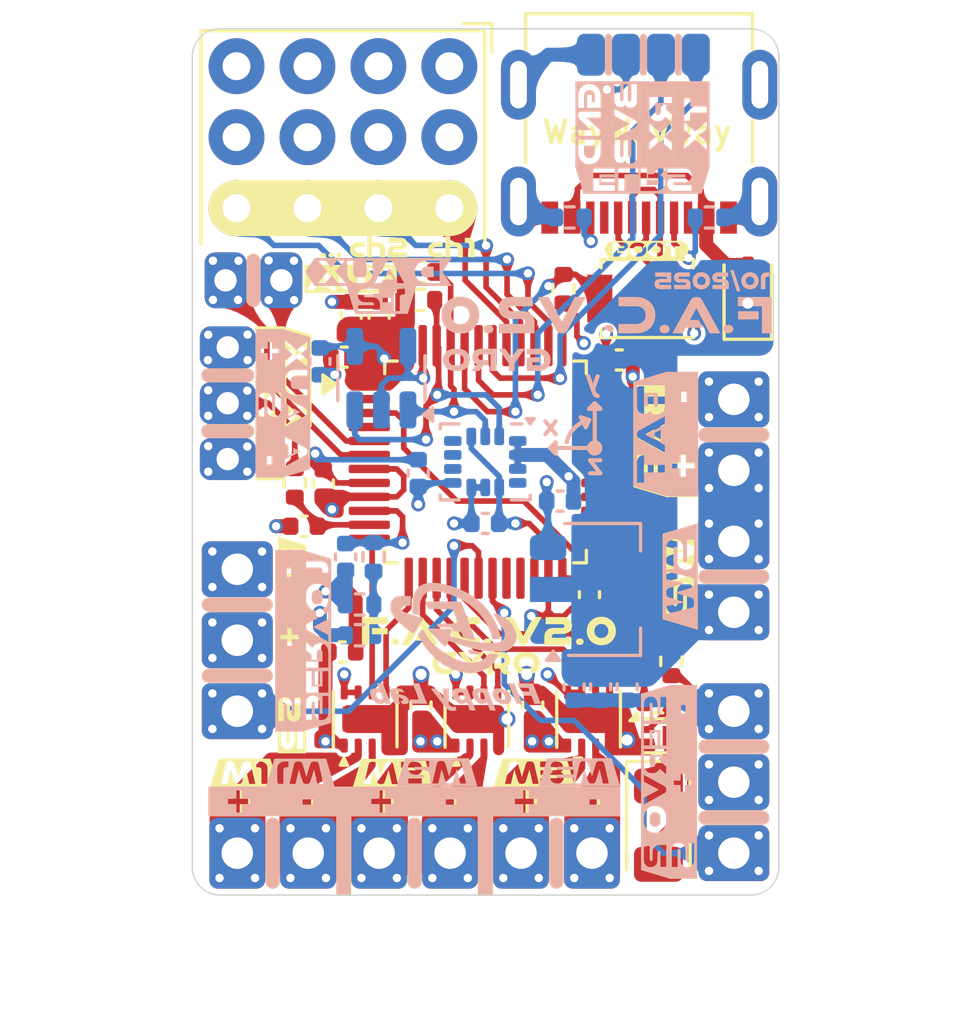
<source format=kicad_pcb>
(kicad_pcb (version 20241229) (generator "pcbnew") (generator_version "9.0")
  (title_block (title "Ant Robot Controller V2") (date "2025-09-19") (rev "2.0") (company "Filippo Castellan"))
  (layers (0 "F.Cu" signal) (4 "In1.Cu" signal) (6 "In2.Cu" signal) (2 "B.Cu" signal) (13 "F.Paste" user) (15 "B.Paste" user) (5 "F.SilkS" user "F.Silkscreen") (7 "B.SilkS" user "B.Silkscreen") (1 "F.Mask" user) (3 "B.Mask" user) (25 "Edge.Cuts" user))
  (net 0 "")
  (net 1 "+BATT")
  (net 2 "GND")
  (net 3 "+3V3")
  (net 4 "/MCU and RX/VBAT")
  (net 5 "/MCU and RX/ADC1")
  (net 6 "/Power/VUSB")
  (net 7 "Net-(D2-A)")
  (net 8 "Net-(D2-K)")
  (net 9 "/MCU and RX/USB_D+")
  (net 11 "Net-(J3-CC2)")
  (net 13 "/MCU and RX/USB_D-")
  (net 14 "Net-(J3-CC1)")
  (net 15 "/DC Motors/M1+")
  (net 16 "/DC Motors/M1-")
  (net 17 "/DC Motors/M2+")
  (net 18 "/DC Motors/M2-")
  (net 19 "/DC Motors/M3-")
  (net 20 "/DC Motors/M3+")
  (net 21 "/MCU and RX/SERVO1")
  (net 22 "/MCU and RX/SERVO2")
  (net 23 "Net-(J9-Pin_2)")
  (net 24 "/MCU and RX/DIGITAL_AUX1")
  (net 25 "/MCU and RX/DIGITAL_AUX2")
  (net 26 "/MCU and RX/UART2_RX")
  (net 27 "/MCU and RX/UART2_TX")
  (net 28 "Net-(Q1-G)")
  (net 29 "/Sensors/VBAT_DIV")
  (net 30 "/MCU and RX/BOOT0")
  (net 31 "/MCU and RX/I2C1_SDA")
  (net 32 "/MCU and RX/I2C1_SCL")
  (net 33 "/MCU and RX/STATUS_LED")
  (net 34 "/DC Motors/PWM_M1_F")
  (net 35 "/DC Motors/PWM_M1_B")
  (net 36 "/DC Motors/PWM_M2_F")
  (net 37 "/DC Motors/PWM_M2_B")
  (net 38 "/DC Motors/PWM_M3_B")
  (net 39 "/DC Motors/PWM_M3_F")
  (net 44 "/MCU and RX/CH4")
  (net 45 "/MCU and RX/CH2")
  (net 50 "/MCU and RX/CH1_PPM")
  (net 51 "/MCU and RX/CH3")
  (net 62 "/Power/+SW")
  (footprint "kibuzzard-68CD6E18" (layer "F.Cu") (at 116.47 129.598464 90)
    (property "Reference" "kibuzzard-68CD6E18" (hide yes))
    (property "Value" "G***" (hide yes))
  )
  (footprint "kibuzzard-68CFBFAF" (layer "F.Cu") (at 108.27 117.8)
    (property "Reference" "kibuzzard-68CFBFAF" (hide yes))
    (property "Value" "G***" (hide yes))
  )
  (footprint "kibuzzard-68CD725D" (layer "F.Cu") (at 111.25 136.620215)
    (property "Reference" "kibuzzard-68CD725D" (hide yes))
    (property "Value" "G***" (hide yes))
  )
  (footprint "Capacitor_SMD:C_0402_1005Metric" (layer "F.Cu") (at 105.69 120.25 90)
    (property "Reference" "C15" (hide yes))
    (property "Value" "100n")
  )
  (footprint "_MY_connectors:01x02_TH_pad_renforced_small" (layer "F.Cu") (at 102.19 119 180)
    (property "Reference" "J10" (hide yes))
    (property "Value" "DIGITAL_AUX")
  )
  (footprint "_MY_connectors:01x03_TH_pad_renforced" (layer "F.Cu") (at 100.61 134.42 90)
    (property "Reference" "J7" (hide yes))
    (property "Value" "servo 1")
  )
  (footprint "Capacitor_SMD:C_0402_1005Metric" (layer "F.Cu") (at 104.69 120.25 90)
    (property "Reference" "C13" (hide yes))
    (property "Value" "4.7u")
  )
  (footprint "Resistor_SMD:R_0402_1005Metric" (layer "F.Cu") (at 107.17 118.7 180)
    (property "Reference" "R9" (hide yes))
    (property "Value" "5.1k")
  )
  (footprint "Capacitor_SMD:C_0402_1005Metric" (layer "F.Cu") (at 107.19 134.2 90)
    (property "Reference" "C6" (hide yes))
    (property "Value" "4.7u")
  )
  (footprint "Package_DFN_QFN:Diodes_DFN1006-3" (layer "F.Cu") (at 115.69 135.3)
    (property "Reference" "Q1" (hide yes))
    (property "Value" "NMOS")
  )
  (footprint "kibuzzard-68CD7CD9" (layer "F.Cu") (at 109.52 132.7)
    (property "Reference" "kibuzzard-68CD7CD9" (hide yes))
    (property "Value" "G***" (hide yes))
  )
  (footprint "Capacitor_SMD:C_0402_1005Metric" (layer "F.Cu") (at 103.69 126.25 90)
    (property "Reference" "C18" (hide yes))
    (property "Value" "100n")
  )
  (footprint "Resistor_SMD:R_0402_1005Metric" (layer "F.Cu") (at 116.153 132.636 90)
    (property "Reference" "R11" (hide yes))
    (property "Value" "1.5k")
  )
  (footprint "Capacitor_SMD:C_0402_1005Metric" (layer "F.Cu") (at 104.37 132.3)
    (property "Reference" "C5" (hide yes))
    (property "Value" "4.7u")
  )
  (footprint "Resistor_SMD:R_0402_1005Metric" (layer "F.Cu") (at 102.67 126.25 -90)
    (property "Reference" "R6" (hide yes))
    (property "Value" "5.1k")
  )
  (footprint "_MIA footprint:USB_C_304A-ACP16X" (layer "F.Cu") (at 115 112 180)
    (property "Reference" "J3" (hide yes))
    (property "Value" "USB-C_304A-ACP16X")
  )
  (footprint "Resistor_SMD:R_0402_1005Metric" (layer "F.Cu") (at 107.17 119.7 180)
    (property "Reference" "R8" (hide yes))
    (property "Value" "5.1k")
  )
  (footprint "_MY_connectors:01x02_TH_pad_renforced" (layer "F.Cu") (at 105.69 139.5)
    (property "Reference" "J5" (hide yes))
    (property "Value" "M2")
  )
  (footprint "kibuzzard-68CD71AA" (layer "F.Cu") (at 100.87 136.620603)
    (property "Reference" "kibuzzard-68CD71AA" (hide yes))
    (property "Value" "G***" (hide yes))
  )
  (footprint "kibuzzard-68CFBE33" (layer "F.Cu") (at 104.67 118.95)
    (property "Reference" "kibuzzard-68CFBE33" (hide yes))
    (property "Value" "G***" (hide yes))
  )
  (footprint "kibuzzard-68CD6E53" (layer "F.Cu") (at 115.42 124.533304 90)
    (property "Reference" "kibuzzard-68CD6E53" (hide yes))
    (property "Value" "G***" (hide yes))
  )
  (footprint "_MY_connectors:01x03_TH_pad_renforced" (layer "F.Cu") (at 118.39 139.5 90)
    (property "Reference" "J8" (hide yes))
    (property "Value" "servo 2")
  )
  (footprint "kibuzzard-68CD7254" (layer "F.Cu") (at 106.191249 136.629396)
    (property "Reference" "kibuzzard-68CD7254" (hide yes))
    (property "Value" "G***" (hide yes))
  )
  (footprint "kibuzzard-68CFBFFE" (layer "F.Cu") (at 105.67 117.8)
    (property "Reference" "kibuzzard-68CFBFFE" (hide yes))
    (property "Value" "G***" (hide yes))
  )
  (footprint "Capacitor_SMD:C_0402_1005Metric" (layer "F.Cu") (at 114.29 121.85)
    (property "Reference" "C16" (hide yes))
    (property "Value" "100n")
  )
  (footprint "kibuzzard-68CFBDBE" (layer "F.Cu") (at 101.92 137.649999)
    (property "Reference" "kibuzzard-68CFBDBE" (hide yes))
    (property "Value" "G***" (hide yes))
  )
  (footprint "Diode_SMD:D_SOD-323" (layer "F.Cu") (at 118.89 119.5 90)
    (property "Reference" "D1" (hide yes))
    (property "Value" "1N5819WS")
  )
  (footprint "_MY_connectors:01x02_TH_pad_renforced" (layer "F.Cu") (at 110.77 139.5)
    (property "Reference" "J6" (hide yes))
    (property "Value" "M3")
  )
  (footprint "_My_modules:FS2A 4CH reciever" (layer "F.Cu") (at 108.203 111.337 180)
    (property "Reference" "U7" (hide yes))
    (property "Value" "FS2A 4CH reciever")
  )
  (footprint "Button_Switch_SMD:SW_SPST_B3U-1000P" (layer "F.Cu") (at 115.29 119.65 180)
    (property "Reference" "SW1" (hide yes))
    (property "Value" "BOOT")
  )
  (footprint "Capacitor_SMD:C_0402_1005Metric" (layer "F.Cu") (at 111.19 134.2 90)
    (property "Reference" "C7" (hide yes))
    (property "Value" "4.7u")
  )
  (footprint "_MY_connectors:01x02_TH_pad_renforced" (layer "F.Cu") (at 100.61 139.5)
    (property "Reference" "J4" (hide yes))
    (property "Value" "M1")
  )
  (footprint "Package_QFP:LQFP-48_7x7mm_P0.5mm" (layer "F.Cu") (at 109.5 125.5)
    (property "Reference" "U6" (hide yes))
    (property "Value" "STM32F072CBTx")
  )
  (footprint "kibuzzard-68CD73CB" (layer "F.Cu") (at 102.77 122.6 -90)
    (property "Reference" "kibuzzard-68CD73CB" (hide yes))
    (property "Value" "G***" (hide yes))
  )
  (footprint "Resistor_SMD:R_0402_1005Metric" (layer "F.Cu") (at 115.69 134.1)
    (property "Reference" "R10" (hide yes))
    (property "Value" "5.1k")
  )
  (footprint "kibuzzard-68CD717E" (layer "F.Cu") (at 102.57 132.05 -90)
    (property "Reference" "kibuzzard-68CD717E" (hide yes))
    (property "Value" "G***" (hide yes))
  )
  (footprint "kibuzzard-68CFBDD6" (layer "F.Cu") (at 112.02 137.65)
    (property "Reference" "kibuzzard-68CFBDD6" (hide yes))
    (property "Value" "G***" (hide yes))
  )
  (footprint "kibuzzard-68CD7457" (layer "F.Cu") (at 115.27 117.9)
    (property "Reference" "kibuzzard-68CD7457" (hide yes))
    (property "Value" "G***" (hide yes))
  )
  (footprint "kibuzzard-68CFD0CD" (layer "F.Cu") (at 109.62 131.55)
    (property "Reference" "kibuzzard-68CFD0CD" (hide yes))
    (property "Value" "G***" (hide yes))
  )
  (footprint "Package_SON:WSON-8-1EP_2x2mm_P0.5mm_EP0.9x1.6mm" (layer "F.Cu") (at 105.19 134.7 90)
    (property "Reference" "U2" (hide yes))
    (property "Value" "DRV8837")
  )
  (footprint "_MY_connectors:01x03_TH_pad_renforced_small" (layer "F.Cu") (at 100.27 121.398096 -90)
    (property "Reference" "J9" (hide yes))
    (property "Value" "ADC_AUX")
  )
  (footprint "Capacitor_SMD:C_0402_1005Metric" (layer "F.Cu") (at 113.22 130.25 -90)
    (property "Reference" "C17" (hide yes))
    (property "Value" "100n")
  )
  (footprint "kibuzzard-68CFC012" (layer "F.Cu") (at 103.97 118.1)
    (property "Reference" "kibuzzard-68CFC012" (hide yes))
    (property "Value" "G***" (hide yes))
  )
  (footprint "Capacitor_SMD:C_0402_1005Metric" (layer "F.Cu") (at 103 127.8)
    (property "Reference" "C11" (hide yes))
    (property "Value" "100n")
  )
  (footprint "Resistor_SMD:R_0402_1005Metric" (layer "F.Cu") (at 112.29 119.3 -90)
    (property "Reference" "R7" (hide yes))
    (property "Value" "5.1k")
  )
  (footprint "Capacitor_SMD:C_0402_1005Metric" (layer "F.Cu") (at 104.44 121.75 180)
    (property "Reference" "C14" (hide yes))
    (property "Value" "100n")
  )
  (footprint "_MY_connectors:01x02_TH_pad_renforced" (layer "F.Cu") (at 118.39 128.34 -90)
    (property "Reference" "J1" (hide yes))
    (property "Value" "SWITCH")
  )
  (footprint "kibuzzard-68CD73D1" (layer "F.Cu") (at 101.77 123.4 -90)
    (property "Reference" "kibuzzard-68CD73D1" (hide yes))
    (property "Value" "G***" (hide yes))
  )
  (footprint "Package_SON:WSON-8-1EP_2x2mm_P0.5mm_EP0.9x1.6mm" (layer "F.Cu") (at 109.19 134.7 90)
    (property "Reference" "U3" (hide yes))
    (property "Value" "DRV8837")
  )
  (footprint "kibuzzard-68CD6E40" (layer "F.Cu") (at 116.580555 124.53 90)
    (property "Reference" "kibuzzard-68CD6E40" (hide yes))
    (property "Value" "G***" (hide yes))
  )
  (footprint "kibuzzard-68CFBDCF" (layer "F.Cu") (at 106.97 137.65)
    (property "Reference" "kibuzzard-68CFBDCF" (hide yes))
    (property "Value" "G***" (hide yes))
  )
  (footprint "Package_SON:WSON-8-1EP_2x2mm_P0.5mm_EP0.9x1.6mm" (layer "F.Cu") (at 113.19 134.7 90)
    (property "Reference" "U4" (hide yes))
    (property "Value" "DRV8837")
  )
  (footprint "LED_SMD:LED_1206_3216Metric" (layer "F.Cu") (at 115.69 138.5 -90)
    (property "Reference" "D2" (hide yes))
    (property "Value" "STATUS")
  )
  (footprint "_MY_connectors:01x02_TH_pad_renforced" (layer "F.Cu") (at 118.39 123.26 -90)
    (property "Reference" "J2" (hide yes))
    (property "Value" "2s Battery")
  )
  (footprint "Resistor_SMD:R_0402_1005Metric" (layer "B.Cu") (at 105.49 128.9 90)
    (property "Reference" "R5" (hide yes))
    (property "Value" "10k")
  )
  (footprint "kibuzzard-68CFCF36" (layer "B.Cu") (at 101.867173 137.646068 180)
    (property "Reference" "kibuzzard-68CFCF36" (hide yes))
    (property "Value" "G***" (hide yes))
  )
  (footprint "LOGO" (layer "B.Cu") (at 108.223663 132.122178 180)
    (property "Reference" "G***" (hide yes))
    (property "Value" "LOGO" (hide yes))
  )
  (footprint "kibuzzard-68CD793B" (layer "B.Cu") (at 113.22 113.412923 -90)
    (property "Reference" "kibuzzard-68CD793B" (hide yes))
    (property "Value" "G***" (hide yes))
  )
  (footprint "kibuzzard-68CD7254" (layer "B.Cu") (at 107.763237 136.605586 180)
    (property "Reference" "kibuzzard-68CD7254" (hide yes))
    (property "Value" "G***" (hide yes))
  )
  (footprint "kibuzzard-68CD71AA" (layer "B.Cu") (at 102.867069 136.620345 180)
    (property "Reference" "kibuzzard-68CD71AA" (hide yes))
    (property "Value" "G***" (hide yes))
  )
  (footprint "kibuzzard-68CD787F" (layer "B.Cu") (at 102.72 123.4 90)
    (property "Reference" "kibuzzard-68CD787F" (hide yes))
    (property "Value" "G***" (hide yes))
  )
  (footprint "Resistor_SMD:R_0402_1005Metric" (layer "B.Cu") (at 104.99 130.6 180)
    (property "Reference" "R4" (hide yes))
    (property "Value" "1.5k")
  )
  (footprint "Resistor_SMD:R_0402_1005Metric" (layer "B.Cu") (at 104.99 131.7)
    (property "Reference" "R3" (hide yes))
    (property "Value" "10k")
  )
  (footprint "Package_TO_SOT_SMD:SOT-23-5" (layer "B.Cu") (at 105.77 122.5 90)
    (property "Reference" "U8" (hide yes))
    (property "Value" "AT24C02C")
  )
  (footprint "kibuzzard-6901144A" (layer "B.Cu") (at 117.603 119.016 180)
    (property "Reference" "kibuzzard-6901144A" (hide yes))
    (property "Value" "G***" (hide yes))
  )
  (footprint "Resistor_SMD:R_0402_1005Metric" (layer "B.Cu") (at 112.52 116.75 180)
    (property "Reference" "R1" (hide yes))
    (property "Value" "5.1k")
  )
  (footprint "kibuzzard-68CD7CD9" (layer "B.Cu") (at 109.903 121.846 180)
    (property "Reference" "kibuzzard-68CD7CD9" (hide yes))
    (property "Value" "G***" (hide yes))
  )
  (footprint "kibuzzard-68CFCF49" (layer "B.Cu") (at 106.933598 137.646239 180)
    (property "Reference" "kibuzzard-68CFCF49" (hide yes))
    (property "Value" "G***" (hide yes))
  )
  (footprint "Capacitor_SMD:C_0402_1005Metric" (layer "B.Cu") (at 109.49 127.7 180)
    (property "Reference" "C10" (hide yes))
    (property "Value" "100n")
  )
  (footprint "Package_TO_SOT_SMD:SOT-89-3" (layer "B.Cu") (at 113.69 130.0625)
    (property "Reference" "U1" (hide yes))
    (property "Value" "GM7333")
  )
  (footprint "kibuzzard-68CD795A" (layer "B.Cu") (at 114.52 113.4 -90)
    (property "Reference" "kibuzzard-68CD795A" (hide yes))
    (property "Value" "G***" (hide yes))
  )
  (footprint "kibuzzard-68CD78A4" (layer "B.Cu") (at 101.77 123.4 90)
    (property "Reference" "kibuzzard-68CD78A4" (hide yes))
    (property "Value" "G***" (hide yes))
  )
  (footprint "kibuzzard-68CD769D" (layer "B.Cu") (at 115.57 136.95 -90)
    (property "Reference" "kibuzzard-68CD769D" (hide yes))
    (property "Value" "G***" (hide yes))
  )
  (footprint "Package_LGA:LGA-14_3x2.5mm_P0.5mm_LayoutBorder3x4y" (layer "B.Cu") (at 109.49 125.5 180)
    (property "Reference" "U5" (hide yes))
    (property "Value" "LSM6DS3")
  )
  (footprint "Capacitor_SMD:C_0402_1005Metric" (layer "B.Cu") (at 103.57 121.9 -90)
    (property "Reference" "C19" (hide yes))
    (property "Value" "100n")
  )
  (footprint "Capacitor_SMD:C_0402_1005Metric" (layer "B.Cu") (at 112.67 133.55 -90)
    (property "Reference" "C3" (hide yes))
    (property "Value" "4.7u")
  )
  (footprint "Resistor_SMD:R_0402_1005Metric" (layer "B.Cu") (at 117.52 116.75)
    (property "Reference" "R2" (hide yes))
    (property "Value" "5.1k")
  )
  (footprint "Capacitor_SMD:C_0402_1005Metric" (layer "B.Cu") (at 113.62 133.55 -90)
    (property "Reference" "C2" (hide yes))
    (property "Value" "4.7u")
  )
  (footprint "kibuzzard-68CD6E53" (layer "B.Cu") (at 115.42 124.5 -90)
    (property "Reference" "kibuzzard-68CD6E53" (hide yes))
    (property "Value" "G***" (hide yes))
  )
  (footprint "kibuzzard-68CD78F0" (layer "B.Cu") (at 105.77 119.7 180)
    (property "Reference" "kibuzzard-68CD78F0" (hide yes))
    (property "Value" "G***" (hide yes))
  )
  (footprint "_MY_connectors:Pad 01x04 small" (layer "B.Cu") (at 117.029404 110.926904 90)
    (property "Reference" "J12" (hide yes))
    (property "Value" "ELRS")
  )
  (footprint "Capacitor_SMD:C_0402_1005Metric" (layer "B.Cu") (at 112.17 126.9)
    (property "Reference" "C4" (hide yes))
    (property "Value" "4.7u")
  )
  (footprint "kibuzzard-68CD79A4" (layer "B.Cu") (at 117.02 113.405129 -90)
    (property "Reference" "kibuzzard-68CD79A4" (hide yes))
    (property "Value" "G***" (hide yes))
  )
  (footprint "kibuzzard-68CFCF3D" (layer "B.Cu") (at 112.013724 137.648475 180)
    (property "Reference" "kibuzzard-68CFCF3D" (hide yes))
    (property "Value" "G***" (hide yes))
  )
  (footprint "Capacitor_SMD:C_0402_1005Metric" (layer "B.Cu") (at 104.49 128.9 90)
    (property "Reference" "C8" (hide yes))
    (property "Value" "4.7u")
  )
  (footprint "Capacitor_SMD:C_0402_1005Metric" (layer "B.Cu") (at 114.57 133.55 -90)
    (property "Reference" "C1" (hide yes))
    (property "Value" "4.7u")
  )
  (footprint "kibuzzard-68CFD0E9" (layer "B.Cu") (at 113.833 120.246 180)
    (property "Reference" "kibuzzard-68CFD0E9" (hide yes))
    (property "Value" "G***" (hide yes))
  )
  (footprint "kibuzzard-68CD7642" (layer "B.Cu") (at 103.47 131.9 90)
    (property "Reference" "kibuzzard-68CD7642" (hide yes))
    (property "Value" "G***" (hide yes))
  )
  (footprint "Capacitor_SMD:C_0402_1005Metric" (layer "B.Cu") (at 107.09 125.9 90)
    (property "Reference" "C9" (hide yes))
    (property "Value" "100n")
  )
  (footprint "kibuzzard-68CD79BE" (layer "B.Cu") (at 115.77 113.396308 -90)
    (property "Reference" "kibuzzard-68CD79BE" (hide yes))
    (property "Value" "G***" (hide yes))
  )
  (footprint "kibuzzard-68CD725D" (layer "B.Cu") (at 112.863 136.606 180)
    (property "Reference" "kibuzzard-68CD725D" (hide yes))
    (property "Value" "G***" (hide yes))
  )
  (footprint "kibuzzard-68CD7A1F" (layer "B.Cu") (at 115.12 115.4)
    (property "Reference" "kibuzzard-68CD7A1F" (hide yes))
    (property "Value" "G***" (hide yes))
  )
  (footprint "kibuzzard-68CD784B" (layer "B.Cu") (at 116.57 136.95 -90)
    (property "Reference" "kibuzzard-68CD784B" (hide yes))
    (property "Value" "G***" (hide yes))
  )
  (footprint "kibuzzard-68CD6E18" (layer "B.Cu") (at 116.47 129.6 -90)
    (property "Reference" "kibuzzard-68CD6E18" (hide yes))
    (property "Value" "G***" (hide yes))
  )
  (footprint "kibuzzard-68CFC153" (layer "B.Cu") (at 102.47 131.9 90)
    (property "Reference" "kibuzzard-68CFC153" (hide yes))
    (property "Value" "G***" (hide yes))
  )
  (footprint "kibuzzard-68CD78BE" (layer "B.Cu") (at 105.67 118.7 180)
    (property "Reference" "kibuzzard-68CD78BE" (hide yes))
    (property "Value" "G***" (hide yes))
  )
  (footprint "kibuzzard-68CD756A" (layer "B.Cu") (at 116.580555 124.503304 -90)
    (property "Reference" "kibuzzard-68CD756A" (hide yes))
    (property "Value" "G***" (hide yes))
  )
  (gr_rect (start 109.233705 137.119236) (end 109.761795 141.026995) (fill yes) (layer "F.SilkS"))
  (gr_rect (start 104.153705 137.120256) (end 104.691795 141.028015) (fill yes) (layer "F.SilkS"))
  (gr_line (start 100.583 116.416) (end 108.203 116.416) (stroke (width 2)) (layer "F.SilkS"))
  (gr_line (start 113.41 123.4) (end 113.61 123.6) (stroke (width 0.15)) (layer "B.SilkS"))
  (gr_arc (start 112.41 124.8) (mid 112.68889 124.27889) (end 113.21 124) (stroke (width 0.15)) (layer "B.SilkS"))
  (gr_line (start 113.41 123.4) (end 113.21 123.6) (stroke (width 0.15)) (layer "B.SilkS"))
  (gr_rect (start 113.672564 111.874667) (end 114.017436 114.917949) (fill yes) (layer "B.SilkS"))
  (gr_line (start 112.01 124.8) (end 111.81 125) (stroke (width 0.15)) (layer "B.SilkS"))
  (gr_line (start 112.91 123.9) (end 113.090869 124.254287) (stroke (width 0.15)) (layer "B.SilkS"))
  (gr_rect (start 116.272564 111.874667) (end 116.517436 114.917949) (fill yes) (layer "B.SilkS"))
  (gr_line (start 113.61 123.6) (end 113.41 123.4) (stroke (width 0.15)) (layer "B.SilkS"))
  (gr_circle (center 113.41 125) (end 113.21 125) (stroke (width 0.15)) (fill yes) (layer "B.SilkS"))
  (gr_line (start 113.090869 124.254287) (end 113.21 124) (stroke (width 0.15)) (layer "B.SilkS"))
  (gr_line (start 112.01 125.2) (end 112.01 124.8) (stroke (width 0.15)) (layer "B.SilkS"))
  (gr_line (start 113.41 125) (end 111.81 125) (stroke (width 0.15)) (layer "B.SilkS"))
  (gr_rect (start 115.022564 111.874667) (end 115.267436 114.917949) (fill yes) (layer "B.SilkS"))
  (gr_rect (start 109.223705 137.120256) (end 109.761795 141.028015) (fill yes) (layer "B.SilkS"))
  (gr_rect (start 104.153705 137.119236) (end 104.681795 141.026995) (fill yes) (layer "B.SilkS"))
  (gr_line (start 113.21 123.6) (end 113.61 123.6) (stroke (width 0.15)) (layer "B.SilkS"))
  (gr_line (start 113.41 125) (end 113.41 123.4) (stroke (width 0.15)) (layer "B.SilkS"))
  (gr_line (start 111.81 125) (end 112.01 124.8) (stroke (width 0.15)) (layer "B.SilkS"))
  (gr_line (start 111.81 125) (end 112.01 125.2) (stroke (width 0.15)) (layer "B.SilkS"))
  (gr_line (start 113.210005 124) (end 112.91 123.9) (stroke (width 0.15)) (layer "B.SilkS"))
  (gr_line (start 119 110) (end 100 110) (stroke (width 0.05)) (layer "Edge.Cuts"))
  (gr_arc (start 99 111) (mid 99.292893 110.292893) (end 100 110) (stroke (width 0.05)) (layer "Edge.Cuts"))
  (gr_line (start 120 140) (end 120 111) (stroke (width 0.05)) (layer "Edge.Cuts"))
  (gr_line (start 100 141) (end 119 141) (stroke (width 0.05)) (layer "Edge.Cuts"))
  (gr_line (start 99 111) (end 99 140) (stroke (width 0.05)) (layer "Edge.Cuts"))
  (gr_arc (start 120 140) (mid 119.707107 140.707107) (end 119 141) (stroke (width 0.05)) (layer "Edge.Cuts"))
  (gr_arc (start 100 141) (mid 99.292893 140.707107) (end 99 140) (stroke (width 0.05)) (layer "Edge.Cuts"))
  (gr_arc (start 119 110) (mid 119.707107 110.292893) (end 120 111) (stroke (width 0.05)) (layer "Edge.Cuts"))
  (gr_text "WayWayWay" (at 111.453 114.166 0) (layer "F.SilkS") (effects (font (size 0.8 0.8) (thickness 0.15) (bold yes)) (justify left bottom)))
  (gr_text "y" (at 113.71 123 0) (layer "B.SilkS") (effects (font (size 0.7 0.7) (thickness 0.15) (bold yes)) (justify left bottom mirror)))
  (gr_text "z" (at 113.81 126 0) (layer "B.SilkS") (effects (font (size 0.7 0.7) (thickness 0.15) (bold yes)) (justify left bottom mirror)))
  (gr_text "x" (at 112.21 124.6 0) (layer "B.SilkS") (effects (font (size 0.7 0.7) (thickness 0.15) (bold yes)) (justify left bottom mirror)))
  (segment (start 116.2 131.2) (end 116.52 130.88) (width 0.5) (layer "F.Cu") (net 1))
  (segment (start 116.2 132.079) (end 116.2 131.2) (width 0.5) (layer "F.Cu") (net 1))
  (segment (start 118.89 119.82) (end 118.89 120.55) (width 0.5) (layer "F.Cu") (net 1))
  (segment (start 103.77 132.42) (end 103.89 132.3) (width 0.5) (layer "F.Cu") (net 1))
  (segment (start 103.77 135.5) (end 103.77 132.42) (width 0.5) (layer "F.Cu") (net 1))
  (segment (start 116.52 130.88) (end 118.39 130.88) (width 0.5) (layer "F.Cu") (net 1))
  (segment (start 116.153 132.126) (end 116.2 132.079) (width 0.5) (layer "F.Cu") (net 1))
  (via (at 107.17 135.5) (size 0.5) (drill 0.3) (layers "F.Cu" "B.Cu") (net 1))
  (via (at 111.77 135.5) (size 0.5) (drill 0.3) (layers "F.Cu" "B.Cu") (net 1))
  (via (at 103.57 130.9) (size 0.5) (drill 0.3) (layers "F.Cu" "B.Cu") (net 1))
  (via (at 103.77 135.5) (size 0.5) (drill 0.3) (layers "F.Cu" "B.Cu") (net 1))
  (via (at 107.77 135.5) (size 0.5) (drill 0.3) (layers "F.Cu" "B.Cu") (net 1))
  (via (at 111.17 135.5) (size 0.5) (drill 0.3) (layers "F.Cu" "B.Cu") (net 1))
  (via (at 118.89 119.82) (size 0.6) (drill 0.4) (layers "F.Cu" "B.Cu") (net 1))
  (segment (start 103.87 131.7) (end 103.57 131.4) (width 0.5) (layer "B.Cu") (net 1))
  (segment (start 103.57 131.4) (end 103.57 130.9) (width 0.5) (layer "B.Cu") (net 1))
  (segment (start 104.48 131.7) (end 103.87 131.7) (width 0.5) (layer "B.Cu") (net 1))
  (segment (start 111.8 116.755) (end 111.255 116.755) (width 0.5) (layer "F.Cu") (net 2))
  (segment (start 104.54 130.13) (end 104.85 130.44) (width 0.5) (layer "F.Cu") (net 2))
  (segment (start 103.4 125.48) (end 103.69 125.77) (width 0.5) (layer "F.Cu") (net 2))
  (segment (start 118.745 116.755) (end 119.32 116.18) (width 0.5) (layer "F.Cu") (net 2))
  (segment (start 111.75 130.85) (end 111.75 129.6625) (width 0.2) (layer "F.Cu") (net 2))
  (segment (start 110.97 133.5) (end 111.19 133.72) (width 0.5) (layer "F.Cu") (net 2))
  (segment (start 105.3375 126.25) (end 104.17 126.25) (width 0.2) (layer "F.Cu") (net 2))
  (segment (start 111.735 130.85) (end 111.57 131.015) (width 0.2) (layer "F.Cu") (net 2))
  (segment (start 112.305 131.015) (end 112.59 130.73) (width 0.2) (layer "F.Cu") (net 2))
  (segment (start 111.75 130.85) (end 111.755 130.85) (width 0.2) (layer "F.Cu") (net 2))
  (segment (start 103.77 130.13) (end 104.54 130.13) (width 0.5) (layer "F.Cu") (net 2))
  (segment (start 111.135 131.015) (end 111.92 131.015) (width 0.2) (layer "F.Cu") (net 2))
  (segment (start 111.57 131.015) (end 111.75 131.015) (width 0.2) (layer "F.Cu") (net 2))
  (segment (start 109.19 134.7) (end 110.27 134.7) (width 0.5) (layer "F.Cu") (net 2))
  (segment (start 107.25 122.48) (end 107.27 122.5) (width 0.2) (layer "F.Cu") (net 2))
  (segment (start 107.25 121.3375) (end 107.25 122.48) (width 0.2) (layer "F.Cu") (net 2))
  (segment (start 103.96 122.25) (end 103.96 121.75) (width 0.5) (layer "F.Cu") (net 2))
  (segment (start 111.135 131.015) (end 111.57 131.015) (width 0.2) (layer "F.Cu") (net 2))
  (segment (start 103.4 125.2) (end 103.4 125.48) (width 0.5) (layer "F.Cu") (net 2))
  (segment (start 111.75 131.015) (end 111.75 130.85) (width 0.2) (layer "F.Cu") (net 2))
  (segment (start 114.77 122.45) (end 114.77 123.05) (width 0.2) (layer "F.Cu") (net 2))
  (segment (start 104.85 130.44) (end 104.85 132.3) (width 0.5) (layer "F.Cu") (net 2))
  (segment (start 102 127.8) (end 102.52 127.8) (width 0.5) (layer "F.Cu") (net 2))
  (segment (start 107.19 133.1) (end 107.19 133.72) (width 0.5) (layer "F.Cu") (net 2))
  (segment (start 104.17 126.25) (end 103.69 125.77) (width 0.2) (layer "F.Cu") (net 2))
  (segment (start 104 119.77) (end 104.69 119.77) (width 0.5) (layer "F.Cu") (net 2))
  (segment (start 111.92 131.015) (end 112.305 131.015) (width 0.2) (layer "F.Cu") (net 2))
  (segment (start 114.77 121.85) (end 114.77 122.45) (width 0.5) (layer "F.Cu") (net 2))
  (segment (start 114.57 123.25) (end 113.6625 123.25) (width 0.2) (layer "F.Cu") (net 2))
  (segment (start 112.59 130.73) (end 113.22 130.73) (width 0.2) (layer "F.Cu") (net 2))
  (segment (start 110.97 133.1) (end 110.97 133.5) (width 0.5) (layer "F.Cu") (net 2))
  (segment (start 104.09 122.38) (end 103.96 122.25) (width 0.5) (layer "F.Cu") (net 2))
  (segment (start 111.755 130.85) (end 111.92 131.015) (width 0.2) (layer "F.Cu") (net 2))
  (segment (start 112.29 119.81) (end 112.77 120.29) (width 0.2) (layer "F.Cu") (net 2))
  (segment (start 111.755 130.85) (end 111.735 130.85) (width 0.2) (layer "F.Cu") (net 2))
  (segment (start 111.255 116.755) (end 110.68 116.18) (width 0.5) (layer "F.Cu") (net 2))
  (segment (start 112.77 121) (end 113.02 121.25) (width 0.2) (layer "F.Cu") (net 2))
  (segment (start 114.77 123.05) (end 114.57 123.25) (width 0.2) (layer "F.Cu") (net 2))
  (segment (start 112.77 120.29) (end 112.77 121) (width 0.2) (layer "F.Cu") (net 2))
  (segment (start 118.2 116.755) (end 118.745 116.755) (width 0.5) (layer "F.Cu") (net 2))
  (segment (start 105.69 119.77) (end 104.69 119.77) (width 0.5) (layer "F.Cu") (net 2))
  (via (at 108.37 127.7) (size 0.5) (drill 0.3) (layers "F.Cu" "B.Cu") (net 2))
  (via (at 107.27 122.5) (size 0.5) (drill 0.3) (layers "F.Cu" "B.Cu") (net 2))
  (via (at 103.4 125.2) (size 0.5) (drill 0.3) (layers "F.Cu" "B.Cu") (net 2))
  (via (at 112.475 126.013636) (size 0.5) (drill 0.3) (layers "F.Cu" "B.Cu") (net 2))
  (via (at 104.09 122.38) (size 0.5) (drill 0.3) (layers "F.Cu" "B.Cu") (net 2))
  (via (at 114.77 122.45) (size 0.5) (drill 0.3) (layers "F.Cu" "B.Cu") (net 2))
  (via (at 102 127.8) (size 0.5) (drill 0.3) (layers "F.Cu" "B.Cu") (net 2))
  (via (at 113.02 121.25) (size 0.5) (drill 0.3) (layers "F.Cu" "B.Cu") (net 2))
  (via (at 107.19 133.1) (size 0.6) (drill 0.4) (layers "F.Cu" "B.Cu") (net 2))
  (via (at 111.135 131.015) (size 0.5) (drill 0.3) (layers "F.Cu" "B.Cu") (net 2))
  (via (at 114.57 135.45) (size 0.6) (drill 0.4) (layers "F.Cu" "B.Cu") (net 2))
  (via (at 110.27 134.7) (size 0.6) (drill 0.4) (layers "F.Cu" "B.Cu") (net 2))
  (via (at 104 119.77) (size 0.5) (drill 0.3) (layers "F.Cu" "B.Cu") (net 2))
  (via (at 110.97 133.1) (size 0.6) (drill 0.4) (layers "F.Cu" "B.Cu") (net 2))
  (via (at 103.77 130.13) (size 0.5) (drill 0.3) (layers "F.Cu" "B.Cu") (net 2))
  (segment (start 106.72 121.3625) (end 106.72 122.3) (width 0.2) (layer "B.Cu") (net 2))
  (segment (start 111.25 116.75) (end 110.68 116.18) (width 0.5) (layer "B.Cu") (net 2))
  (segment (start 106.02 122.5) (end 105.77 122.75) (width 0.2) (layer "B.Cu") (net 2))
  (segment (start 109.49 126.4125) (end 108.99 126.4125) (width 0.2) (layer "B.Cu") (net 2))
  (segment (start 113.62 134.03) (end 112.67 134.03) (width 0.5) (layer "B.Cu") (net 2))
  (segment (start 106.72 122.3) (end 106.72 122.45) (width 0.2) (layer "B.Cu") (net 2))
  (segment (start 110.6525 125.75) (end 110.6525 125.25) (width 0.2) (layer "B.Cu") (net 2))
  (segment (start 107.27 122.5) (end 106.92 122.5) (width 0.2) (layer "B.Cu") (net 2))
  (segment (start 112.475 126.013636) (end 112.65 126.188636) (width 0.5) (layer "B.Cu") (net 2))
  (segment (start 104.49 129.38) (end 104.49 129.65) (width 0.5) (layer "B.Cu") (net 2))
  (segment (start 104.49 129.65) (end 104.49 130.59) (width 0.5) (layer "B.Cu") (net 2))
  (segment (start 106.77 122.5) (end 106.47 122.5) (width 0.2) (layer "B.Cu") (net 2))
  (segment (start 106.52 122.5) (end 106.72 122.3) (width 0.2) (layer "B.Cu") (net 2))
  (segment (start 104.49 130.13) (end 104.49 129.38) (width 0.5) (layer "B.Cu") (net 2))
  (segment (start 111.753096 110.926904) (end 110.68 112) (width 0.5) (layer "B.Cu") (net 2))
  (segment (start 106.47 122.5) (end 106.02 122.5) (width 0.2) (layer "B.Cu") (net 2))
  (segment (start 103.77 130.13) (end 104.49 130.13) (width 0.5) (layer "B.Cu") (net 2))
  (segment (start 108.99 126.4125) (end 108.99 127.68) (width 0.2) (layer "B.Cu") (net 2))
  (segment (start 104.49 130.59) (end 104.48 130.6) (width 0.5) (layer "B.Cu") (net 2))
  (segment (start 111.135 131.015) (end 111.135 131.465) (width 0.5) (layer "B.Cu") (net 2))
  (segment (start 103.4 125.2) (end 103.4 125.358307) (width 0.2) (layer "B.Cu") (net 2))
  (segment (start 106.72 122.3) (end 106.92 122.5) (width 0.2) (layer "B.Cu") (net 2))
  (segment (start 106.92 122.5) (end 106.77 122.5) (width 0.2) (layer "B.Cu") (net 2))
  (segment (start 111.2325 131.5625) (end 111.74 131.5625) (width 0.5) (layer "B.Cu") (net 2))
  (segment (start 113.279404 110.926904) (end 111.753096 110.926904) (width 0.5) (layer "B.Cu") (net 2))
  (segment (start 111.135 131.465) (end 111.2325 131.5625) (width 0.5) (layer "B.Cu") (net 2))
  (segment (start 118 134.03) (end 118.39 134.42) (width 0.5) (layer "B.Cu") (net 2))
  (segment (start 114.57 134.03) (end 118 134.03) (width 0.5) (layer "B.Cu") (net 2))
  (segment (start 103.461693 125.42) (end 107.09 125.42) (width 0.2) (layer "B.Cu") (net 2))
  (segment (start 110.6525 124.75) (end 110.6525 125.25) (width 0.2) (layer "B.Cu") (net 2))
  (segment (start 108.99 127.68) (end 109.01 127.7) (width 0.2) (layer "B.Cu") (net 2))
  (segment (start 106.72 122.45) (end 106.77 122.5) (width 0.2) (layer "B.Cu") (net 2))
  (segment (start 104.09 122.38) (end 103.57 122.38) (width 0.5) (layer "B.Cu") (net 2))
  (segment (start 111.711364 125.25) (end 110.6525 125.25) (width 0.5) (layer "B.Cu") (net 2))
  (segment (start 109.01 127.7) (end 108.37 127.7) (width 0.2) (layer "B.Cu") (net 2))
  (segment (start 114.57 134.03) (end 113.62 134.03) (width 0.5) (layer "B.Cu") (net 2))
  (segment (start 103.77 130.13) (end 104.01 130.13) (width 0.5) (layer "B.Cu") (net 2))
  (segment (start 112.475 126.013636) (end 111.711364 125.25) (width 0.5) (layer "B.Cu") (net 2))
  (segment (start 118.03 116.75) (end 118.75 116.75) (width 0.5) (layer "B.Cu") (net 2))
  (segment (start 103.4 125.358307) (end 103.461693 125.42) (width 0.2) (layer "B.Cu") (net 2))
  (segment (start 106.47 122.5) (end 106.52 122.5) (width 0.2) (layer "B.Cu") (net 2))
  (segment (start 112.01 116.75) (end 111.25 116.75) (width 0.5) (layer "B.Cu") (net 2))
  (segment (start 112.65 126.188636) (end 112.65 126.9) (width 0.5) (layer "B.Cu") (net 2))
  (segment (start 118.75 116.75) (end 119.32 116.18) (width 0.5) (layer "B.Cu") (net 2))
  (segment (start 105.77 122.75) (end 105.77 123.6375) (width 0.2) (layer "B.Cu") (net 2))
  (segment (start 104.01 130.13) (end 104.48 130.6) (width 0.5) (layer "B.Cu") (net 2))
  (segment (start 104.01 130.13) (end 104.49 129.65) (width 0.5) (layer "B.Cu") (net 2))
  (segment (start 108.94 133.75) (end 108.44 133.75) (width 0.2) (layer "F.Cu") (net 3))
  (segment (start 113.814641 120.91988) (end 113.814641 120.955359) (width 0.2) (layer "F.Cu") (net 3))
  (segment (start 104.94 133.75) (end 104.44 133.75) (width 0.2) (layer "F.Cu") (net 3))
  (segment (start 113.6625 122.4) (end 113.81 122.2525) (width 0.2) (layer "F.Cu") (net 3))
  (segment (start 112.77 129.72) (end 113.17 129.72) (width 0.2) (layer "F.Cu") (net 3))
  (segment (start 113.81 120.96) (end 113.81 121.85) (width 0.2) (layer "F.Cu") (net 3))
  (segment (start 104.44 133.1) (end 104.44 133.75) (width 0.2) (layer "F.Cu") (net 3))
  (segment (start 108.44 133.1) (end 108.44 133.75) (width 0.2) (layer "F.Cu") (net 3))
  (segment (start 105.3375 125.75) (end 106.32 125.75) (width 0.2) (layer "F.Cu") (net 3))
  (segment (start 106.32 126.75) (end 105.3375 126.75) (width 0.2) (layer "F.Cu") (net 3))
  (segment (start 103.69 126.73) (end 103.71 126.75) (width 0.2) (layer "F.Cu") (net 3))
  (segment (start 106.75 121.3375) (end 106.75 119.79) (width 0.2) (layer "F.Cu") (net 3))
  (segment (start 113.17 129.72) (end 113.22 129.77) (width 0.2) (layer "F.Cu") (net 3))
  (segment (start 112.94 133.75) (end 112.44 133.75) (width 0.2) (layer "F.Cu") (net 3))
  (segment (start 116.97 120.9) (end 116.99 120.88) (width 0.2) (layer "F.Cu") (net 3))
  (segment (start 106.66 118.7) (end 106.66 119.7) (width 0.2) (layer "F.Cu") (net 3))
  (segment (start 113.81 122.2525) (end 113.81 121.85) (width 0.2) (layer "F.Cu") (net 3))
  (segment (start 112.7125 129.6625) (end 112.77 129.72) (width 0.2) (layer "F.Cu") (net 3))
  (segment (start 113.814641 120.955359) (end 113.81 120.96) (width 0.2) (layer "F.Cu") (net 3))
  (segment (start 112.25 129.6625) (end 112.25 128.891176) (width 0.2) (layer "F.Cu") (net 3))
  (segment (start 106.57 126) (end 106.57 126.5) (width 0.2) (layer "F.Cu") (net 3))
  (segment (start 112.37 133.75) (end 112.44 133.75) (width 0.2) (layer "F.Cu") (net 3))
  (segment (start 112.25 128.891176) (end 111.058824 127.7) (width 0.2) (layer "F.Cu") (net 3))
  (segment (start 103.69 126.89) (end 103.69 126.73) (width 0.2) (layer "F.Cu") (net 3))
  (segment (start 104 127.2) (end 103.69 126.89) (width 0.2) (layer "F.Cu") (net 3))
  (segment (start 106.75 119.79) (end 106.66 119.7) (width 0.2) (layer "F.Cu") (net 3))
  (segment (start 116.99 120.88) (end 116.99 119.65) (width 0.2) (layer "F.Cu") (net 3))
  (segment (start 106.57 126.5) (end 106.32 126.75) (width 0.2) (layer "F.Cu") (net 3))
  (segment (start 103.71 126.75) (end 105.3375 126.75) (width 0.2) (layer "F.Cu") (net 3))
  (segment (start 111.72 133.1) (end 112.37 133.75) (width 0.2) (layer "F.Cu") (net 3))
  (segment (start 111.058824 127.7) (end 110.57 127.7) (width 0.2) (layer "F.Cu") (net 3))
  (segment (start 112.25 129.6625) (end 112.7125 129.6625) (width 0.2) (layer "F.Cu") (net 3))
  (segment (start 106.32 125.75) (end 106.57 126) (width 0.2) (layer "F.Cu") (net 3))
  (segment (start 113.6625 122.75) (end 113.6625 122.4) (width 0.2) (layer "F.Cu") (net 3))
  (via (at 108.44 133.1) (size 0.5) (drill 0.3) (layers "F.Cu" "B.Cu") (net 3))
  (via (at 107.09 127.02) (size 0.5) (drill 0.3) (layers "F.Cu" "B.Cu") (net 3))
  (via (at 104 127.2) (size 0.5) (drill 0.3) (layers "F.Cu" "B.Cu") (net 3))
  (via (at 116.97 120.9) (size 0.5) (drill 0.3) (layers "F.Cu" "B.Cu") (net 3))
  (via (at 111.69 126.22) (size 0.5) (drill 0.3) (layers "F.Cu" "B.Cu") (net 3))
  (via (at 105.87 121.8) (size 0.5) (drill 0.3) (layers "F.Cu" "B.Cu") (net 3))
  (via (at 113.845 112.175) (size 0.5) (drill 0.3) (layers "F.Cu" "B.Cu") (net 3))
  (via (at 113.814641 120.91988) (size 0.5) (drill 0.3) (layers "F.Cu" "B.Cu") (net 3))
  (via (at 104.44 133.1) (size 0.5) (drill 0.3) (layers "F.Cu" "B.Cu") (net 3))
  (via (at 110.57 127.7) (size 0.5) (drill 0.3) (layers "F.Cu" "B.Cu") (net 3))
  (via (at 111.72 133.1) (size 0.5) (drill 0.3) (layers "F.Cu" "B.Cu") (net 3))
  (segment (start 109.99 126.4125) (end 109.99 127.68) (width 0.2) (layer "B.Cu") (net 3))
  (segment (start 107.22 126.25) (end 108.3275 126.25) (width 0.2) (layer "B.Cu") (net 3))
  (segment (start 111.69 126.22) (end 111.69 126.9) (width 0.2) (layer "B.Cu") (net 3))
  (segment (start 105.5825 121.3625) (end 104.82 121.3625) (width 0.2) (layer "B.Cu") (net 3))
  (segment (start 113.834521 120.9) (end 113.814641 120.91988) (width 0.2) (layer "B.Cu") (net 3))
  (segment (start 113.814641 120.91988) (end 113.814521 120.92) (width 0.2) (layer "B.Cu") (net 3))
  (segment (start 114.529404 111.940596) (end 114.529404 110.926904) (width 0.2) (layer "B.Cu") (net 3))
  (segment (start 111.74 126.95) (end 111.69 126.9) (width 0.2) (layer "B.Cu") (net 3))
  (segment (start 114.295 112.175) (end 114.529404 111.940596) (width 0.2) (layer "B.Cu") (net 3))
  (segment (start 109.99 127.68) (end 109.97 127.7) (width 0.2) (layer "B.Cu") (net 3))
  (segment (start 108.99 125.02) (end 109.99 126.02) (width 0.2) (layer "B.Cu") (net 3))
  (segment (start 107.09 127.02) (end 107.09 126.38) (width 0.2) (layer "B.Cu") (net 3))
  (segment (start 109.97 127.7) (end 110.57 127.7) (width 0.2) (layer "B.Cu") (net 3))
  (segment (start 108.99 124.5875) (end 108.99 125.02) (width 0.2) (layer "B.Cu") (net 3))
  (segment (start 109.99 126.02) (end 109.99 126.4125) (width 0.2) (layer "B.Cu") (net 3))
  (segment (start 113.845 112.175) (end 114.295 112.175) (width 0.2) (layer "B.Cu") (net 3))
  (segment (start 103.57 121.42) (end 103.6275 121.3625) (width 0.2) (layer "B.Cu") (net 3))
  (segment (start 105.87 121.65) (end 105.5825 121.3625) (width 0.2) (layer "B.Cu") (net 3))
  (segment (start 103.6275 121.3625) (end 104.82 121.3625) (width 0.2) (layer "B.Cu") (net 3))
  (segment (start 107.09 126.38) (end 107.22 126.25) (width 0.2) (layer "B.Cu") (net 3))
  (segment (start 105.87 121.8) (end 105.87 121.65) (width 0.2) (layer "B.Cu") (net 3))
  (segment (start 111.74 128.5625) (end 111.74 126.95) (width 0.2) (layer "B.Cu") (net 3))
  (segment (start 106.53 127.46) (end 106.32 127.25) (width 0.2) (layer "F.Cu") (net 4))
  (segment (start 106.32 127.25) (end 105.3375 127.25) (width 0.2) (layer "F.Cu") (net 4))
  (segment (start 106.53 128.39) (end 106.53 127.46) (width 0.2) (layer "F.Cu") (net 4))
  (via (at 106.53 128.39) (size 0.5) (drill 0.3) (layers "F.Cu" "B.Cu") (net 4))
  (segment (start 105.49 128.39) (end 104.52 128.39) (width 0.2) (layer "B.Cu") (net 4))
  (segment (start 104.52 128.39) (end 104.49 128.42) (width 0.2) (layer "B.Cu") (net 4))
  (segment (start 106.53 128.39) (end 105.49 128.39) (width 0.2) (layer "B.Cu") (net 4))
  (segment (start 103.72 127.75) (end 103.68 127.79) (width 0.2) (layer "F.Cu") (net 5))
  (segment (start 102.67 126.890988) (end 103.48 127.700988) (width 0.2) (layer "F.Cu") (net 5))
  (segment (start 103.49 127.79) (end 103.48 127.8) (width 0.2) (layer "F.Cu") (net 5))
  (segment (start 102.67 126.76) (end 102.67 126.890988) (width 0.2) (layer "F.Cu") (net 5))
  (segment (start 105.3375 127.75) (end 103.72 127.75) (width 0.2) (layer "F.Cu") (net 5))
  (segment (start 103.48 127.700988) (end 103.48 127.8) (width 0.2) (layer "F.Cu") (net 5))
  (segment (start 103.68 127.79) (end 103.49 127.79) (width 0.2) (layer "F.Cu") (net 5))
  (segment (start 118.89 118.45) (end 118.118 118.45) (width 0.5) (layer "F.Cu") (net 6))
  (segment (start 112.6 116.755) (end 112.79 116.565) (width 0.2) (layer "F.Cu") (net 6))
  (segment (start 118.118 118.45) (end 117.4 117.732) (width 0.5) (layer "F.Cu") (net 6))
  (segment (start 117.21 115.75) (end 117.21 116.565) (width 0.2) (layer "F.Cu") (net 6))
  (segment (start 117.4 117.732) (end 117.4 116.755) (width 0.5) (layer "F.Cu") (net 6))
  (segment (start 112.79 115.73) (end 113.27 115.25) (width 0.2) (layer "F.Cu") (net 6))
  (segment (start 117.21 116.565) (end 117.4 116.755) (width 0.2) (layer "F.Cu") (net 6))
  (segment (start 113.27 115.25) (end 116.71 115.25) (width 0.2) (layer "F.Cu") (net 6))
  (segment (start 116.71 115.25) (end 117.21 115.75) (width 0.2) (layer "F.Cu") (net 6))
  (segment (start 112.79 116.565) (end 112.79 115.73) (width 0.2) (layer "F.Cu") (net 6))
  (segment (start 115.69 138.91) (end 115.69 139.9) (width 0.2) (layer "F.Cu") (net 7))
  (segment (start 116.816 137.784) (end 115.69 138.91) (width 0.2) (layer "F.Cu") (net 7))
  (segment (start 116.816 133.526) (end 116.816 137.784) (width 0.2) (layer "F.Cu") (net 7))
  (segment (start 116.153 133.146) (end 116.436 133.146) (width 0.2) (layer "F.Cu") (net 7))
  (segment (start 116.436 133.146) (end 116.816 133.526) (width 0.2) (layer "F.Cu") (net 7))
  (segment (start 116.04 136.75) (end 115.69 137.1) (width 0.2) (layer "F.Cu") (net 8))
  (segment (start 116.04 135.3) (end 116.04 136.75) (width 0.2) (layer "F.Cu") (net 8))
  (segment (start 115.52 118.576647) (end 115.52 118.846774) (width 0.2) (layer "F.Cu") (net 9))
  (segment (start 115.201802 124.25) (end 113.6625 124.25) (width 0.2) (layer "F.Cu") (net 9))
  (segment (start 115.04 117.9) (end 115.02 117.9) (width 0.2) (layer "F.Cu") (net 9))
  (segment (start 114.25 117.53) (end 114.25 116.755) (width 0.2) (layer "F.Cu") (net 9))
  (segment (start 115.52 121.581139) (end 115.52 123.931802) (width 0.2) (layer "F.Cu") (net 9))
  (segment (start 115.02 117.9) (end 114.87 117.75) (width 0.2) (layer "F.Cu") (net 9))
  (segment (start 115.135452 120.886774) (end 115.28 120.886774) (width 0.2) (layer "F.Cu") (net 9))
  (segment (start 115.28 120.286774) (end 115.135452 120.286774) (width 0.2) (layer "F.Cu") (net 9))
  (segment (start 115.04 117.9) (end 115.04 118.096647) (width 0.2) (layer "F.Cu") (net 9))
  (segment (start 114.895447 119.326774) (end 114.895447 119.446774) (width 0.2) (layer "F.Cu") (net 9))
  (segment (start 115.52 123.931802) (end 115.201802 124.25) (width 0.2) (layer "F.Cu") (net 9))
  (segment (start 115.135447 119.686774) (end 115.28 119.686774) (width 0.2) (layer "F.Cu") (net 9))
  (segment (start 115.52 121.126774) (end 115.52 121.246774) (width 0.2) (layer "F.Cu") (net 9))
  (segment (start 115.52 119.926774) (end 115.52 120.046774) (width 0.2) (layer "F.Cu") (net 9))
  (segment (start 114.87 117.75) (end 114.47 117.75) (width 0.2) (layer "F.Cu") (net 9))
  (segment (start 115.04 117.75) (end 114.87 117.75) (width 0.2) (layer "F.Cu") (net 9))
  (segment (start 115.04 118.096647) (end 115.52 118.576647) (width 0.2) (layer "F.Cu") (net 9))
  (segment (start 115.25 117.54) (end 115.04 117.75) (width 0.2) (layer "F.Cu") (net 9))
  (segment (start 114.47 117.75) (end 114.25 117.53) (width 0.2) (layer "F.Cu") (net 9))
  (segment (start 115.52 121.246774) (end 115.52 121.581139) (width 0.2) (layer "F.Cu") (net 9))
  (segment (start 115.25 116.755) (end 115.25 117.54) (width 0.2) (layer "F.Cu") (net 9))
  (segment (start 115.28 119.086774) (end 115.135447 119.086774) (width 0.2) (layer "F.Cu") (net 9))
  (segment (start 114.895452 120.526774) (end 114.895452 120.646774) (width 0.2) (layer "F.Cu") (net 9))
  (segment (start 115.04 117.75) (end 115.04 117.9) (width 0.2) (layer "F.Cu") (net 9))
  (arc (start 115.52 118.846774) (mid 115.449706 119.01648) (end 115.28 119.086774) (width 0.2) (layer "F.Cu") (net 9))
  (arc (start 115.28 119.686774) (mid 115.449706 119.757068) (end 115.52 119.926774) (width 0.2) (layer "F.Cu") (net 9))
  (arc (start 115.135452 120.286774) (mid 114.965746 120.357068) (end 114.895452 120.526774) (width 0.2) (layer "F.Cu") (net 9))
  (arc (start 115.135447 119.086774) (mid 114.965741 119.157068) (end 114.895447 119.326774) (width 0.2) (layer "F.Cu") (net 9))
  (arc (start 114.895447 119.446774) (mid 114.965741 119.61648) (end 115.135447 119.686774) (width 0.2) (layer "F.Cu") (net 9))
  (arc (start 115.28 120.886774) (mid 115.449706 120.957068) (end 115.52 121.126774) (width 0.2) (layer "F.Cu") (net 9))
  (arc (start 114.895452 120.646774) (mid 114.965746 120.81648) (end 115.135452 120.886774) (width 0.2) (layer "F.Cu") (net 9))
  (arc (start 115.52 120.046774) (mid 115.449706 120.21648) (end 115.28 120.286774) (width 0.2) (layer "F.Cu") (net 9))
  (segment (start 113.25 117.58) (end 113.27 117.6) (width 0.2) (layer "F.Cu") (net 11))
  (segment (start 113.25 116.755) (end 113.25 117.58) (width 0.2) (layer "F.Cu") (net 11))
  (via (at 113.27 117.6) (size 0.5) (drill 0.3) (layers "F.Cu" "B.Cu") (net 11))
  (segment (start 113.03 116.75) (end 113.03 117.36) (width 0.2) (layer "B.Cu") (net 11))
  (segment (start 113.03 117.36) (end 113.27 117.6) (width 0.2) (layer "B.Cu") (net 11))
  (segment (start 114.990898 115.75) (end 114.75 115.990898) (width 0.2) (layer "F.Cu") (net 13))
  (segment (start 115.338198 124.75) (end 113.6625 124.75) (width 0.2) (layer "F.Cu") (net 13))
  (segment (start 115.52 115.75) (end 114.990898 115.75) (width 0.2) (layer "F.Cu") (net 13))
  (segment (start 115.75 116.755) (end 115.75 118.170251) (width 0.2) (layer "F.Cu") (net 13))
  (segment (start 115.75 118.170251) (end 115.995 118.415251) (width 0.2) (layer "F.Cu") (net 13))
  (segment (start 115.995 124.093198) (end 115.338198 124.75) (width 0.2) (layer "F.Cu") (net 13))
  (segment (start 115.995 118.415251) (end 115.995 124.093198) (width 0.2) (layer "F.Cu") (net 13))
  (segment (start 115.75 115.98) (end 115.52 115.75) (width 0.2) (layer "F.Cu") (net 13))
  (segment (start 115.75 116.755) (end 115.75 115.98) (width 0.2) (layer "F.Cu") (net 13))
  (segment (start 114.75 115.990898) (end 114.75 116.755) (width 0.2) (layer "F.Cu") (net 13))
  (segment (start 116.77 118.2) (end 116.25 117.68) (width 0.2) (layer "F.Cu") (net 14))
  (segment (start 116.25 117.68) (end 116.25 116.755) (width 0.2) (layer "F.Cu") (net 14))
  (via (at 116.77 118.2) (size 0.5) (drill 0.3) (layers "F.Cu" "B.Cu") (net 14))
  (segment (start 117.01 116.75) (end 117.01 117.96) (width 0.2) (layer "B.Cu") (net 14))
  (segment (start 117.01 117.96) (end 116.77 118.2) (width 0.2) (layer "B.Cu") (net 14))
  (segment (start 109.027 128.5) (end 108.37 128.5) (width 0.2) (layer "F.Cu") (net 21))
  (segment (start 109.25 129.6625) (end 109.25 128.723) (width 0.2) (layer "F.Cu") (net 21))
  (segment (start 109.25 128.723) (end 109.027 128.5) (width 0.2) (layer "F.Cu") (net 21))
  (via (at 108.37 128.5) (size 0.5) (drill 0.3) (layers "F.Cu" "B.Cu") (net 21))
  (segment (start 108.37 128.5) (end 108.37 130.65) (width 0.2) (layer "B.Cu") (net 21))
  (segment (start 104.6 134.42) (end 100.61 134.42) (width 0.2) (layer "B.Cu") (net 21))
  (segment (start 108.37 130.65) (end 104.6 134.42) (width 0.2) (layer "B.Cu") (net 21))
  (segment (start 109.75 129.6625) (end 109.75 130.48) (width 0.2) (layer "F.Cu") (net 22))
  (segment (start 109.75 130.48) (end 110.17 130.9) (width 0.2) (layer "F.Cu") (net 22))
  (via (at 110.17 130.9) (size 0.5) (drill 0.3) (layers "F.Cu" "B.Cu") (net 22))
  (segment (start 110.17 133.45) (end 110.17 130.9) (width 0.2) (layer "B.Cu") (net 22))
  (segment (start 115.17 138.8) (end 115.17 137.25) (width 0.2) (layer "B.Cu") (net 22))
  (segment (start 115.17 137.25) (end 112.67 134.75) (width 0.2) (layer "B.Cu") (net 22))
  (segment (start 112.67 134.75) (end 111.47 134.75) (width 0.2) (layer "B.Cu") (net 22))
  (segment (start 115.87 139.5) (end 115.17 138.8) (width 0.2) (layer "B.Cu") (net 22))
  (segment (start 111.47 134.75) (end 110.17 133.45) (width 0.2) (layer "B.Cu") (net 22))
  (segment (start 118.39 139.5) (end 115.87 139.5) (width 0.2) (layer "B.Cu") (net 22))
  (segment (start 101.718096 123.398096) (end 100.27 123.398096) (width 0.2) (layer "F.Cu") (net 23))
  (segment (start 102.67 125.74) (end 102.67 124.35) (width 0.2) (layer "F.Cu") (net 23))
  (segment (start 102.67 124.35) (end 101.718096 123.398096) (width 0.2) (layer "F.Cu") (net 23))
  (segment (start 104.509739 124.75) (end 105.3375 124.75) (width 0.2) (layer "F.Cu") (net 24))
  (segment (start 102.19 122.430261) (end 104.509739 124.75) (width 0.2) (layer "F.Cu") (net 24))
  (segment (start 102.19 119) (end 102.19 122.430261) (width 0.2) (layer "F.Cu") (net 24))
  (segment (start 100.19 119.32) (end 100.19 119) (width 0.2) (layer "F.Cu") (net 25))
  (segment (start 101.67 120.8) (end 100.19 119.32) (width 0.2) (layer "F.Cu") (net 25))
  (segment (start 101.67 122.596388) (end 101.67 120.8) (width 0.2) (layer "F.Cu") (net 25))
  (segment (start 105.3375 125.25) (end 104.323612 125.25) (width 0.2) (layer "F.Cu") (net 25))
  (segment (start 104.323612 125.25) (end 101.67 122.596388) (width 0.2) (layer "F.Cu") (net 25))
  (segment (start 109.77 123.1) (end 109.25 122.58) (width 0.2) (layer "F.Cu") (net 26))
  (segment (start 111.37 123.1) (end 109.77 123.1) (width 0.2) (layer "F.Cu") (net 26))
  (segment (start 109.25 122.58) (end 109.25 121.3375) (width 0.2) (layer "F.Cu") (net 26))
  (via (at 111.37 123.1) (size 0.5) (drill 0.3) (layers "F.Cu" "B.Cu") (net 26))
  (segment (start 115.779404 112.640596) (end 115.779404 110.926904) (width 0.2) (layer "B.Cu") (net 26))
  (segment (start 111.37 120.9) (end 114.77 117.5) (width 0.2) (layer "B.Cu") (net 26))
  (segment (start 111.37 123.1) (end 111.37 120.9) (width 0.2) (layer "B.Cu") (net 26))
  (segment (start 114.77 117.5) (end 114.77 113.65) (width 0.2) (layer "B.Cu") (net 26))
  (segment (start 114.77 113.65) (end 115.779404 112.640596) (width 0.2) (layer "B.Cu") (net 26))
  (segment (start 112.17 122.5) (end 110.027124 122.5) (width 0.2) (layer "F.Cu") (net 27))
  (segment (start 110.027124 122.5) (end 109.75 122.222876) (width 0.2) (layer "F.Cu") (net 27))
  (segment (start 109.75 122.222876) (end 109.75 121.3375) (width 0.2) (layer "F.Cu") (net 27))
  (via (at 112.17 122.5) (size 0.5) (drill 0.3) (layers "F.Cu" "B.Cu") (net 27))
  (segment (start 115.77 117.375) (end 115.77 113.8) (width 0.2) (layer "B.Cu") (net 27))
  (segment (start 112.17 122.5) (end 112.17 120.975) (width 0.2) (layer "B.Cu") (net 27))
  (segment (start 112.17 120.975) (end 115.77 117.375) (width 0.2) (layer "B.Cu") (net 27))
  (segment (start 115.77 113.8) (end 117.029404 112.540596) (width 0.2) (layer "B.Cu") (net 27))
  (segment (start 117.029404 112.540596) (end 117.029404 110.926904) (width 0.2) (layer "B.Cu") (net 27))
  (segment (start 116.2 134.1) (end 116.2 134.215) (width 0.2) (layer "F.Cu") (net 28))
  (segment (start 116.2 134.215) (end 115.34 135.075) (width 0.2) (layer "F.Cu") (net 28))
  (segment (start 105.49 130.59) (end 105.5 130.6) (width 0.2) (layer "B.Cu") (net 29))
  (segment (start 105.5 131.7) (end 105.5 130.6) (width 0.2) (layer "B.Cu") (net 29))
  (segment (start 105.49 129.41) (end 105.49 130.59) (width 0.2) (layer "B.Cu") (net 29))
  (segment (start 109.57 123.7) (end 108.75 122.88) (width 0.2) (layer "F.Cu") (net 30))
  (segment (start 108.75 122.88) (end 108.75 121.3375) (width 0.2) (layer "F.Cu") (net 30))
  (segment (start 112.73 118.79) (end 113.59 119.65) (width 0.2) (layer "F.Cu") (net 30))
  (segment (start 111.753527 119.206305) (end 111.873695 119.206305) (width 0.2) (layer "F.Cu") (net 30))
  (segment (start 112.29 118.79) (end 112.73 118.79) (width 0.2) (layer "F.Cu") (net 30))
  (segment (start 111.873695 119.206305) (end 112.29 118.79) (width 0.2) (layer "F.Cu") (net 30))
  (segment (start 110.57 123.7) (end 109.57 123.7) (width 0.2) (layer "F.Cu") (net 30))
  (via (at 110.57 123.7) (size 0.5) (drill 0.3) (layers "F.Cu" "B.Cu") (net 30))
  (via (at 111.753527 119.206305) (size 0.5) (drill 0.3) (layers "F.Cu" "B.Cu") (net 30))
  (segment (start 110.57 123.7) (end 110.57 120.389832) (width 0.2) (layer "B.Cu") (net 30))
  (segment (start 110.57 120.389832) (end 111.753527 119.206305) (width 0.2) (layer "B.Cu") (net 30))
  (segment (start 107.821 121.4085) (end 107.821 123.049) (width 0.2) (layer "F.Cu") (net 31))
  (segment (start 107.75 119.77) (end 107.68 119.7) (width 0.2) (layer "F.Cu") (net 31))
  (segment (start 107.37 123.5) (end 107.77 123.1) (width 0.2) (layer "F.Cu") (net 31))
  (segment (start 107.75 121.3375) (end 107.821 121.4085) (width 0.2) (layer "F.Cu") (net 31))
  (segment (start 107.37 124.7) (end 107.37 123.5) (width 0.2) (layer "F.Cu") (net 31))
  (segment (start 107.75 121.3375) (end 107.75 119.77) (width 0.2) (layer "F.Cu") (net 31))
  (segment (start 107.821 123.049) (end 107.77 123.1) (width 0.2) (layer "F.Cu") (net 31))
  (via (at 107.77 123.1) (size 0.5) (drill 0.3) (layers "F.Cu" "B.Cu") (net 31))
  (via (at 107.37 124.7) (size 0.5) (drill 0.3) (layers "F.Cu" "B.Cu") (net 31))
  (segment (start 109.99 123.57) (end 109.52 123.1) (width 0.2) (layer "B.Cu") (net 31))
  (segment (start 109.99 124.5875) (end 109.99 123.57) (width 0.2) (layer "B.Cu") (net 31))
  (segment (start 104.82 124.524999) (end 104.995001 124.7) (width 0.2) (layer "B.Cu") (net 31))
  (segment (start 104.995001 124.7) (end 107.37 124.7) (width 0.2) (layer "B.Cu") (net 31))
  (segment (start 104.82 123.6375) (end 104.82 124.524999) (width 0.2) (layer "B.Cu") (net 31))
  (segment (start 109.52 123.1) (end 107.77 123.1) (width 0.2) (layer "B.Cu") (net 31))
  (segment (start 108.25 119.17) (end 107.78 118.7) (width 0.2) (layer "F.Cu") (net 32))
  (segment (start 108.25 121.3375) (end 108.25 119.17) (width 0.2) (layer "F.Cu") (net 32))
  (segment (start 108.37 123.7) (end 108.37 122.9) (width 0.2) (layer "F.Cu") (net 32))
  (segment (start 108.25 122.78) (end 108.25 121.3375) (width 0.2) (layer "F.Cu") (net 32))
  (segment (start 108.37 122.9) (end 108.25 122.78) (width 0.2) (layer "F.Cu") (net 32))
  (via (at 108.37 123.7) (size 0.5) (drill 0.3) (layers "F.Cu" "B.Cu") (net 32))
  (segment (start 109.49 124.02) (end 109.49 124.5875) (width 0.2) (layer "B.Cu") (net 32))
  (segment (start 108.37 123.7) (end 109.17 123.7) (width 0.2) (layer "B.Cu") (net 32))
  (segment (start 106.7825 123.7) (end 106.72 123.6375) (width 0.2) (layer "B.Cu") (net 32))
  (segment (start 109.17 123.7) (end 109.49 124.02) (width 0.2) (layer "B.Cu") (net 32))
  (segment (start 108.37 123.7) (end 106.7825 123.7) (width 0.2) (layer "B.Cu") (net 32))
  (segment (start 106.57 124.028453) (end 106.57 125) (width 0.2) (layer "F.Cu") (net 33))
  (segment (start 112.82 128.85) (end 114.32 128.85) (width 0.2) (layer "F.Cu") (net 33))
  (segment (start 115.18 129.71) (end 115.18 134.1) (width 0.2) (layer "F.Cu") (net 33))
  (segment (start 106.291547 123.75) (end 106.57 124.028453) (width 0.2) (layer "F.Cu") (net 33))
  (segment (start 105.3375 123.75) (end 106.291547 123.75) (width 0.2) (layer "F.Cu") (net 33))
  (segment (start 110.87 126.9) (end 112.82 128.85) (width 0.2) (layer "F.Cu") (net 33))
  (segment (start 114.32 128.85) (end 115.18 129.71) (width 0.2) (layer "F.Cu") (net 33))
  (segment (start 106.57 125) (end 108.47 126.9) (width 0.2) (layer "F.Cu") (net 33))
  (segment (start 108.47 126.9) (end 110.87 126.9) (width 0.2) (layer "F.Cu") (net 33))
  (segment (start 105.44 128.3525) (end 105.3375 128.25) (width 0.2) (layer "F.Cu") (net 34))
  (segment (start 105.44 133.75) (end 105.44 128.3525) (width 0.2) (layer "F.Cu") (net 34))
  (segment (start 105.94 131.53) (end 106.75 130.72) (width 0.2) (layer "F.Cu") (net 35))
  (segment (start 106.75 130.72) (end 106.75 129.6625) (width 0.2) (layer "F.Cu") (net 35))
  (segment (start 105.94 133.75) (end 105.94 131.53) (width 0.2) (layer "F.Cu") (net 35))
  (segment (start 109.44 133.75) (end 109.44 133.161556) (width 0.2) (layer "F.Cu") (net 36))
  (segment (start 109.44 133.161556) (end 107.25 130.971556) (width 0.2) (layer "F.Cu") (net 36))
  (segment (start 107.25 130.971556) (end 107.25 129.6625) (width 0.2) (layer "F.Cu") (net 36))
  (segment (start 107.75 130.78) (end 107.75 129.6625) (width 0.2) (layer "F.Cu") (net 37))
  (segment (start 109.94 133.75) (end 109.94 132.97) (width 0.2) (layer "F.Cu") (net 37))
  (segment (start 109.94 132.97) (end 107.75 130.78) (width 0.2) (layer "F.Cu") (net 37))
  (segment (start 110.000001 131.65) (end 112.57 131.65) (width 0.2) (layer "F.Cu") (net 38))
  (segment (start 113.94 133.02) (end 113.94 133.75) (width 0.2) (layer "F.Cu") (net 38))
  (segment (start 108.75 129.6625) (end 108.75 130.399999) (width 0.2) (layer "F.Cu") (net 38))
  (segment (start 112.57 131.65) (end 113.94 133.02) (width 0.2) (layer "F.Cu") (net 38))
  (segment (start 108.75 130.399999) (end 110.000001 131.65) (width 0.2) (layer "F.Cu") (net 38))
  (segment (start 108.25 130.58) (end 109.87 132.2) (width 0.2) (layer "F.Cu") (net 39))
  (segment (start 109.87 132.2) (end 112.27 132.2) (width 0.2) (layer "F.Cu") (net 39))
  (segment (start 108.25 129.6625) (end 108.25 130.58) (width 0.2) (layer "F.Cu") (net 39))
  (segment (start 112.27 132.2) (end 113.44 133.37) (width 0.2) (layer "F.Cu") (net 39))
  (segment (start 113.44 133.37) (end 113.44 133.75) (width 0.2) (layer "F.Cu") (net 39))
  (segment (start 111.02 119.75) (end 111.75 120.48) (width 0.2) (layer "F.Cu") (net 44))
  (segment (start 111.75 120.48) (end 111.75 121.3375) (width 0.2) (layer "F.Cu") (net 44))
  (segment (start 111.02 118.75) (end 111.02 119.75) (width 0.2) (layer "F.Cu") (net 44))
  (via (at 111.02 118.75) (size 0.5) (drill 0.3) (layers "F.Cu" "B.Cu") (net 44))
  (segment (start 104.525 118.755) (end 111.015 118.755) (width 0.2) (layer "B.Cu") (net 44))
  (segment (start 103.52 117.75) (end 104.525 118.755) (width 0.2) (layer "B.Cu") (net 44))
  (segment (start 101.916 117.75) (end 103.52 117.75) (width 0.2) (layer "B.Cu") (net 44))
  (segment (start 100.583 116.417) (end 101.916 117.75) (width 0.2) (layer "B.Cu") (net 44))
  (segment (start 111.015 118.755) (end 111.02 118.75) (width 0.2) (layer "B.Cu") (net 44))
  (segment (start 109.52 117.75) (end 109.52 119.25) (width 0.2) (layer "F.Cu") (net 45))
  (segment (start 110.75 120.48) (end 110.75 121.3375) (width 0.2) (layer "F.Cu") (net 45))
  (segment (start 109.52 119.25) (end 110.75 120.48) (width 0.2) (layer "F.Cu") (net 45))
  (via (at 109.52 117.75) (size 0.5) (drill 0.3) (layers "F.Cu" "B.Cu") (net 45))
  (segment (start 109.52 117.75) (end 106.996 117.75) (width 0.2) (layer "B.Cu") (net 45))
  (segment (start 106.996 117.75) (end 105.663 116.417) (width 0.2) (layer "B.Cu") (net 45))
  (segment (start 110.25 121.3375) (end 110.25 120.48) (width 0.2) (layer "F.Cu") (net 50))
  (segment (start 108.77 116.984) (end 108.203 116.417) (width 0.2) (layer "F.Cu") (net 50))
  (segment (start 108.77 119) (end 108.77 116.984) (width 0.2) (layer "F.Cu") (net 50))
  (segment (start 110.25 120.48) (end 108.77 119) (width 0.2) (layer "F.Cu") (net 50))
  (segment (start 111.25 120.48) (end 111.25 121.3375) (width 0.2) (layer "F.Cu") (net 51))
  (segment (start 110.27 118.25) (end 110.27 119.5) (width 0.2) (layer "F.Cu") (net 51))
  (segment (start 110.27 119.5) (end 111.25 120.48) (width 0.2) (layer "F.Cu") (net 51))
  (via (at 110.27 118.25) (size 0.5) (drill 0.3) (layers "F.Cu" "B.Cu") (net 51))
  (segment (start 110.265 118.255) (end 104.961 118.255) (width 0.2) (layer "B.Cu") (net 51))
  (segment (start 104.961 118.255) (end 103.123 116.417) (width 0.2) (layer "B.Cu") (net 51))
  (segment (start 110.27 118.25) (end 110.265 118.255) (width 0.2) (layer "B.Cu") (net 51))
  (zone (net 3) (net_name "+3V3") (layer "F.Cu") (priority 14) (connect_pads yes (clearance 0)) (min_thickness 0.25) (fill yes (thermal_gap 0.5) (thermal_bridge_width 0.5) (smoothing fillet) (radius 0.2))
    (polygon (pts (xy 103.37 126.45) (xy 103.37 126.95) (xy 103.82 127.5) (xy 104.42 127.5) (xy 104.42 127.1) (xy 104.62 126.9) (xy 106 126.9) (xy 106 126.6) (xy 104.675 126.6) (xy 104.27 126.45)))
  )
  (zone (net 1) (net_name "+BATT") (layer "F.Cu") (priority 5) (connect_pads yes (clearance 0)) (min_thickness 0.25) (fill yes (thermal_gap 0.5) (thermal_bridge_width 0.5) (smoothing fillet) (radius 0.2))
    (polygon (pts (xy 104.57 135.4) (xy 104.57 135.9) (xy 103.37 135.9) (xy 103.37 135.1) (xy 103.97 135.1) (xy 104.27 135.4)))
  )
  (zone (net 1) (net_name "+BATT") (layer "F.Cu") (priority 5) (connect_pads yes (clearance 0)) (min_thickness 0.25) (fill yes (thermal_gap 0.5) (thermal_bridge_width 0.5) (smoothing fillet) (radius 0.2))
    (polygon (pts (xy 108.57 135.4) (xy 108.57 135.9) (xy 106.87 135.9) (xy 106.87 134.4) (xy 107.47 134.4) (xy 108.27 135.4)))
  )
  (zone (net 15) (net_name "/DC Motors/M1+") (layer "F.Cu") (priority 7) (connect_pads yes (clearance 0)) (min_thickness 0.2) (fill yes (thermal_gap 0.5) (thermal_bridge_width 0.5) (smoothing fillet) (radius 0.2))
    (polygon (pts (xy 105.07 135.4) (xy 105.07 136.15) (xy 101.62 138.05) (xy 101.62 140.4) (xy 99.62 140.45) (xy 99.62 138) (xy 101.72 135.9) (xy 104.82 135.9) (xy 104.82 135.4)))
  )
  (zone (net 16) (net_name "/DC Motors/M1-") (layer "F.Cu") (priority 8) (connect_pads yes (clearance 0)) (min_thickness 0.2) (fill yes (thermal_gap 0.5) (thermal_bridge_width 0.5) (smoothing fillet) (radius 0.2))
    (polygon (pts (xy 105.32 135.4) (xy 105.57 135.4) (xy 105.57 136.4) (xy 104.17 138.2) (xy 104.17 140.4) (xy 102.12 140.4) (xy 102.12 138.05) (xy 105.32 136.2)))
  )
  (zone (net 2) (net_name "GND") (layer "F.Cu") (priority 6) (connect_pads yes (clearance 0)) (min_thickness 0.25) (fill yes (thermal_gap 0.5) (thermal_bridge_width 0.5) (smoothing fillet) (radius 0.2))
    (polygon (pts (xy 110.87 134.2) (xy 111.57 134.2) (xy 112.37 135.2) (xy 113.77 135.2) (xy 113.77 136) (xy 115.57 136) (xy 115.57 135.4) (xy 115.02 135.4) (xy 114.62 134.2) (xy 114.17 134.2) (xy 112.37 134.2) (xy 111.5825 133.5) (xy 110.87 133.5)))
  )
  (zone (net 18) (net_name "/DC Motors/M2-") (layer "F.Cu") (priority 10) (connect_pads yes (clearance 0)) (min_thickness 0.2) (fill yes (thermal_gap 0.5) (thermal_bridge_width 0.5) (smoothing fillet) (radius 0.2))
    (polygon (pts (xy 109.32 135.4) (xy 109.32 136.05) (xy 107.22 138.2) (xy 107.22 140.4) (xy 109.22 140.4) (xy 109.22 138.2) (xy 109.57 136.05) (xy 109.57 135.4)))
  )
  (zone (net 20) (net_name "/DC Motors/M3+") (layer "F.Cu") (priority 11) (connect_pads yes (clearance 0)) (min_thickness 0.2) (fill yes (thermal_gap 0.5) (thermal_bridge_width 0.5) (smoothing fillet) (radius 0.2))
    (polygon (pts (xy 112.82 135.4) (xy 112.82 136) (xy 112.07 136.15) (xy 110.82 136.15) (xy 109.77 137.2) (xy 109.77 140.4) (xy 111.77 140.4) (xy 111.77 138.2) (xy 113.07 136.5) (xy 113.07 135.4)))
  )
  (zone (net 17) (net_name "/DC Motors/M2+") (layer "F.Cu") (priority 9) (connect_pads yes (clearance 0)) (min_thickness 0.2) (fill yes (thermal_gap 0.5) (thermal_bridge_width 0.5) (smoothing fillet) (radius 0.2))
    (polygon (pts (xy 108.82 135.4) (xy 109.07 135.4) (xy 109.07 136.05) (xy 106.72 138.2) (xy 106.72 140.4) (xy 104.67 140.4) (xy 104.67 138.2) (xy 106.22 136.15) (xy 108.229091 136.15) (xy 108.82 135.9)))
  )
  (zone (net 1) (net_name "+BATT") (layer "F.Cu") (priority 5) (connect_pads yes (clearance 0)) (min_thickness 0.25) (fill yes (thermal_gap 0.5) (thermal_bridge_width 0.5) (smoothing fillet) (radius 0.2))
    (polygon (pts (xy 112.57 135.4) (xy 112.57 135.9) (xy 110.87 135.9) (xy 110.87 134.4) (xy 111.47 134.4) (xy 112.27 135.4)))
  )
  (zone (net 19) (net_name "/DC Motors/M3-") (layer "F.Cu") (priority 12) (connect_pads yes (clearance 0)) (min_thickness 0.2) (fill yes (thermal_gap 0.5) (thermal_bridge_width 0.5) (smoothing fillet) (radius 0.2))
    (polygon (pts (xy 113.57 135.4) (xy 113.32 135.4) (xy 113.32 136.45) (xy 112.32 138.2) (xy 112.32 140.4) (xy 114.32 140.4) (xy 114.32 136.45) (xy 113.57 135.9)))
  )
  (zone (net 2) (net_name "GND") (layer "F.Cu") (priority 6) (connect_pads yes (clearance 0)) (min_thickness 0.25) (fill yes (thermal_gap 0.5) (thermal_bridge_width 0.5) (smoothing fillet) (radius 0.2))
    (polygon (pts (xy 108.37 134.2) (xy 110.17 134.2) (xy 110.17 136) (xy 109.77 136) (xy 109.77 135.2) (xy 108.37 135.2) (xy 107.57 134.2) (xy 106.92 134.2) (xy 106.72 134.4) (xy 106.72 136) (xy 106.17 136) (xy 105.77 136) (xy 105.77 135.2) (xy 104.37 135.2) (xy 104.37 134.2) (xy 106.07 134.2) (xy 106.27 134) (xy 106.27 133.5) (xy 106.87 133.5) (xy 107.5825 133.5)))
  )
  (zone (net 3) (net_name "+3V3") (layer "F.Cu") (priority 4) (connect_pads yes (clearance 0)) (min_thickness 0.25) (fill yes (thermal_gap 0.5) (thermal_bridge_width 0.5) (smoothing fillet) (radius 0.5))
    (polygon (pts (xy 104.44 123) (xy 106.07 123) (xy 106.97 122.1) (xy 106.97 118.2) (xy 106.27 118.2) (xy 106.27 120.3) (xy 104.17 120.3) (xy 104.17 121.2) (xy 104.44 121.2)))
  )
  (zone (net 62) (net_name "/Power/+SW") (layer "B.Cu") (priority 13) (connect_pads yes (clearance 0)) (min_thickness 0.25) (fill yes (thermal_gap 0.2) (thermal_bridge_width 0.5))
    (polygon (pts (xy 117.12 125.24) (xy 117.49 124.8) (xy 119.28 124.8) (xy 119.66 125.17) (xy 119.66 128.98) (xy 119.28 129.34) (xy 117.5 129.34) (xy 117.12 128.98)))
  )
  (zone (net 1) (net_name "+BATT") (layer "B.Cu") (priority 3) (connect_pads yes (clearance 0)) (min_thickness 0.25) (fill yes (thermal_gap 0.5) (thermal_bridge_width 0.5) (smoothing fillet) (radius 0.5))
    (polygon (pts (xy 115.45 133.55) (xy 117.12 131.88) (xy 119.66 131.88) (xy 119.66 129.88) (xy 116.37 129.88) (xy 116.37 121.7) (xy 119.81 121.7) (xy 119.81 118.248773) (xy 115.41 118.295472) (xy 112.61 121.1) (xy 112.57 129) (xy 112.57 132.2) (xy 112.22 132.2) (xy 112.22 133.55)))
  )
)
</source>
